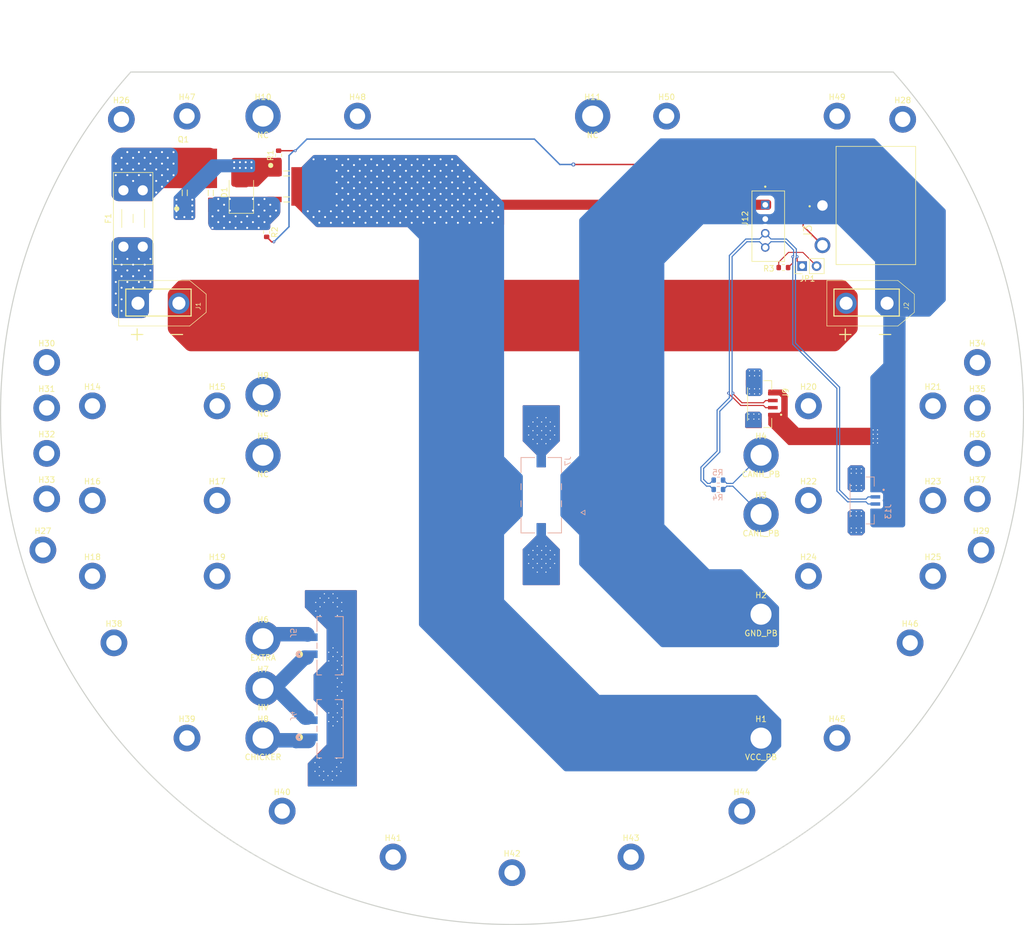
<source format=kicad_pcb>
(kicad_pcb (version 20221018) (generator pcbnew)
  (layers (0 "F.Cu" signal) (31 "B.Cu" signal) (34 "B.Paste" user) (35 "F.Paste" user) (36 "B.SilkS" user "B.Silkscreen") (37 "F.SilkS" user "F.Silkscreen") (38 "B.Mask" user) (39 "F.Mask" user) (44 "Edge.Cuts" user))
  (net 0 "")
  (net 1 "GND")
  (net 2 "/Power Input/VBAT")
  (net 3 "/Power Input/BAT_MID")
  (net 4 "VCC")
  (net 5 "/Power Input/VCC_MID")
  (net 6 "/Power Input/VGATE")
  (net 7 "/Power Input/FUSE_VCC")
  (net 8 "/Power Input/SW")
  (net 9 "EXTRA")
  (net 10 "HV")
  (net 11 "CHICKER")
  (net 16 "/Power Board Connections/MP")
  (net 17 "CAN-")
  (net 18 "CAN+")
  (net 19 "/Power Board Connections/S1_PWR")
  (net 20 "/Power Board Connections/S2_PWR")
  (net 21 "/Motor Driver Connections/MP1_POWER")
  (net 22 "/Motor Driver Connections/MP2_POWER")
  (net 39 "/Motor Driver Connections/S1_MTR")
  (net 40 "/Motor Driver Connections/S2_MTR")
  (net 41 "/Power Board Connections/CANR-")
  (net 42 "/Power Board Connections/CANR+")
  (net 64 "Net-(JP1-B)")
  (footprint "bots:XT60_12-14AWG_POWER" (layer "F.Cu") (at 83.196621 49.459321 180)
    (fp_text reference "J1")
    (fp_text value "XT60" hide)
  )
  (footprint "bots:Keystone_24929" (layer "F.Cu") (at 101.6 108.484)
    (fp_text reference "H6")
    (fp_text value "EXTRA")
  )
  (footprint "bots:MountingHole_2.7mm_M2.5_DIN965_Pad" (layer "F.Cu") (at 172.611096 16.53286)
    (fp_text reference "H50")
    (fp_text value "MountingHoleM2.5NoThread" hide)
  )
  (footprint "bots:MountingHole_2.7mm_M2.5_DIN965_Pad" (layer "F.Cu") (at 215.46559 109.216005)
    (fp_text reference "H46")
    (fp_text value "MountingHoleM2.5NoThread" hide)
  )
  (footprint "bots:MountingHole_2.7mm_M2.5_DIN965_Pad" (layer "F.Cu") (at 63.532842 59.880142)
    (fp_text reference "H30")
    (fp_text value "MountingHoleM2.5NoThread" hide)
  )
  (footprint "bots:MountingHole_2.7mm_M2.5_DIN965_Pad" (layer "F.Cu") (at 202.611067 125.968345)
    (fp_text reference "H45")
    (fp_text value "MountingHoleM2.5NoThread" hide)
  )
  (footprint "bots:Keystone_24929" (layer "F.Cu") (at 159.6009 16.53286)
    (fp_text reference "H11")
    (fp_text value "NC")
  )
  (footprint "bots:MountingHole_2.7mm_M2.5_DIN965_Pad" (layer "F.Cu") (at 93.526349 97.476702)
    (fp_text reference "H19")
    (fp_text value "MountingHoleM2.5NoThread" hide)
  )
  (footprint "bots:MountingHole_2.7mm_M2.5_DIN965_Pad" (layer "F.Cu") (at 93.526349 67.516719)
    (fp_text reference "H15")
    (fp_text value "MountingHoleM2.5NoThread" hide)
  )
  (footprint "bots:MountingHole_2.7mm_M2.5_DIN965_Pad" (layer "F.Cu") (at 197.574411 97.476702)
    (fp_text reference "H24")
    (fp_text value "MountingHoleM2.5NoThread" hide)
  )
  (footprint "bots:DPAK-3_ONS" (layer "F.Cu") (at 110.0455 28.90375 -90)
    (fp_text reference "Q2" hide)
    (fp_text value "MCU60P04-TP")
  )
  (footprint "bots:MountingHole_2.7mm_M2.5_DIN965_Pad" (layer "F.Cu") (at 62.863132 92.880142)
    (fp_text reference "H27")
    (fp_text value "MountingHoleM2.5NoThread" hide)
  )
  (footprint "bots:JST_BM04B-GHS-TBT" (layer "F.Cu") (at 187.96 67.2084 -90)
    (fp_text reference "J9")
    (fp_text value "JST_BM04B-GHS-TBT")
  )
  (footprint "bots:MountingHole_2.7mm_M2.5_DIN965_Pad" (layer "F.Cu") (at 227.297158 75.880142)
    (fp_text reference "H36")
    (fp_text value "MountingHoleM2.5NoThread" hide)
  )
  (footprint "bots:MountingHole_2.7mm_M2.5_DIN965_Pad" (layer "F.Cu") (at 227.966868 92.880142)
    (fp_text reference "H29")
    (fp_text value "MountingHoleM2.5NoThread" hide)
  )
  (footprint "bots:MountingHole_2.7mm_M2.5_DIN965_Pad" (layer "F.Cu") (at 214.157936 17.09628)
    (fp_text reference "H28")
    (fp_text value "MountingHoleM2.5NoThread" hide)
  )
  (footprint "bots:MountingHole_2.7mm_M2.5_DIN965_Pad" (layer "F.Cu") (at 166.350214 146.903559)
    (fp_text reference "H43")
    (fp_text value "MountingHoleM2.5NoThread" hide)
  )
  (footprint "bots:Keystone_24929" (layer "F.Cu") (at 101.6 16.53286)
    (fp_text reference "H10")
    (fp_text value "NC")
  )
  (footprint "bots:MountingHole_2.7mm_M2.5_DIN965_Pad" (layer "F.Cu") (at 202.611096 16.53286)
    (fp_text reference "H49")
    (fp_text value "MountingHoleM2.5NoThread" hide)
  )
  (footprint "bots:MountingHole_2.7mm_M2.5_DIN965_Pad" (layer "F.Cu") (at 197.574411 84.161566)
    (fp_text reference "H22")
    (fp_text value "MountingHoleM2.5NoThread" hide)
  )
  (footprint "bots:MountingHole_2.7mm_M2.5_DIN965_Pad" (layer "F.Cu") (at 63.532842 83.880142)
    (fp_text reference "H33")
    (fp_text value "MountingHoleM2.5NoThread" hide)
  )
  (footprint "bots:MountingHole_2.7mm_M2.5_DIN965_Pad" (layer "F.Cu") (at 227.297158 67.880142)
    (fp_text reference "H35")
    (fp_text value "MountingHoleM2.5NoThread" hide)
  )
  (footprint "bots:R_0603_1608Metric" (layer "F.Cu") (at 193.167 43.18)
    (fp_text reference "R3")
    (fp_text value "R_110R")
  )
  (footprint "bots:MountingHole_2.7mm_M2.5_DIN965_Pad" (layer "F.Cu") (at 227.297158 59.880142)
    (fp_text reference "H34")
    (fp_text value "MountingHoleM2.5NoThread" hide)
  )
  (footprint "bots:Keystone_24929" (layer "F.Cu") (at 189.23 125.984)
    (fp_text reference "H1")
    (fp_text value "VCC_PB")
  )
  (footprint "bots:XT60_12-14AWG_POWER" (layer "F.Cu") (at 207.808697 49.459321 180)
    (fp_text reference "J2")
    (fp_text value "XT60" hide)
  )
  (footprint "bots:MountingHole_2.7mm_M2.5_DIN965_Pad" (layer "F.Cu") (at 145.415 149.659732)
    (fp_text reference "H42")
    (fp_text value "MountingHoleM2.5NoThread" hide)
  )
  (footprint "Connector_PinHeader_2.54mm:PinHeader_1x02_P2.54mm_Vertical" (layer "F.Cu") (at 196.469 42.926 90)
    (fp_text reference "JP1")
    (fp_text value "Jumper_2_Bridged")
  )
  (footprint "bots:SW_RA1H1C112R" (layer "F.Cu") (at 200.0395 32.258 90)
    (fp_text reference "J3")
    (fp_text value "RA1H1C112R")
  )
  (footprint "bots:Keystone_24929" (layer "F.Cu") (at 101.6 65.53708)
    (fp_text reference "H9")
    (fp_text value "NC")
  )
  (footprint "bots:MountingHole_2.7mm_M2.5_DIN965_Pad" (layer "F.Cu") (at 219.473333 84.161566)
    (fp_text reference "H23")
    (fp_text value "MountingHoleM2.5NoThread" hide)
  )
  (footprint "bots:D_SMB" (layer "F.Cu") (at 97.79 29.972 90)
    (fp_text reference "D1")
    (fp_text value "SMAZ12-13F")
  )
  (footprint "bots:DPAK-3_ONS" (layer "F.Cu") (at 90.11775 25.7265)
    (fp_text reference "Q1")
    (fp_text value "MCU60P04-TP")
  )
  (footprint "bots:Keystone_24929" (layer "F.Cu") (at 101.6 125.984)
    (fp_text reference "H8")
    (fp_text value "CHICKER")
  )
  (footprint "bots:Keystone_24929" (layer "F.Cu") (at 101.6 117.234)
    (fp_text reference "H7")
    (fp_text value "HV")
  )
  (footprint "bots:MountingHole_2.7mm_M2.5_DIN965_Pad" (layer "F.Cu") (at 76.672065 17.09628)
    (fp_text reference "H26")
    (fp_text value "MountingHoleM2.5NoThread" hide)
  )
  (footprint "bots:MountingHole_2.7mm_M2.5_DIN965_Pad" (layer "F.Cu") (at 63.532842 75.880142)
    (fp_text reference "H32")
    (fp_text value "MountingHoleM2.5NoThread" hide)
  )
  (footprint "bots:R_0603_1608Metric" (layer "F.Cu") (at 102.235 36.957 -90)
    (fp_text reference "R2")
    (fp_text value "R_100k")
  )
  (footprint "bots:MountingHole_2.7mm_M2.5_DIN965_Pad" (layer "F.Cu") (at 104.971273 138.822868)
    (fp_text reference "H40")
    (fp_text value "MountingHoleM2.5NoThread" hide)
  )
  (footprint "bots:Fuseholder_Blade_Mini_Keystone_3568" (layer "F.Cu") (at 77.04 39.504 90)
    (fp_text reference "F1")
    (fp_text value "3568")
  )
  (footprint "bots:MountingHole_2.7mm_M2.5_DIN965_Pad" (layer "F.Cu") (at 93.526349 84.161566)
    (fp_text reference "H17")
    (fp_text value "MountingHoleM2.5NoThread" hide)
  )
  (footprint "bots:MountingHole_2.7mm_M2.5_DIN965_Pad" (layer "F.Cu") (at 88.218905 16.53286)
    (fp_text reference "H47")
    (fp_text value "MountingHoleM2.5NoThread" hide)
  )
  (footprint "bots:Keystone_24929" (layer "F.Cu") (at 189.23 86.614)
    (fp_text reference "H3")
    (fp_text value "CANL_PB")
  )
  (footprint "bots:MountingHole_2.7mm_M2.5_DIN965_Pad" (layer "F.Cu") (at 71.576849 67.516719)
    (fp_text reference "H14")
    (fp_text value "MountingHoleM2.5NoThread" hide)
  )
  (footprint "bots:Keystone_24929" (layer "F.Cu") (at 189.23 76.2)
    (fp_text reference "H4")
    (fp_text value "CANH_PB")
  )
  (footprint "bots:MountingHole_2.7mm_M2.5_DIN965_Pad" (layer "F.Cu") (at 71.576849 97.476702)
    (fp_text reference "H18")
    (fp_text value "MountingHoleM2.5NoThread" hide)
  )
  (footprint "bots:MountingHole_2.7mm_M2.5_DIN965_Pad" (layer "F.Cu") (at 219.473333 97.476702)
    (fp_text reference "H25")
    (fp_text value "MountingHoleM2.5NoThread" hide)
  )
  (footprint "bots:MountingHole_2.7mm_M2.5_DIN965_Pad" (layer "F.Cu") (at 227.297158 83.880142)
    (fp_text reference "H37")
    (fp_text value "MountingHoleM2.5NoThread" hide)
  )
  (footprint "bots:MountingHole_2.7mm_M2.5_DIN965_Pad" (layer "F.Cu") (at 75.36441 109.216005)
    (fp_text reference "H38")
    (fp_text value "MountingHoleM2.5NoThread" hide)
  )
  (footprint "bots:MountingHole_2.7mm_M2.5_DIN965_Pad" (layer "F.Cu") (at 185.858727 138.822868)
    (fp_text reference "H44")
    (fp_text value "MountingHoleM2.5NoThread" hide)
  )
  (footprint "bots:R_0603_1608Metric" (layer "F.Cu") (at 104.3432 23.4442 90)
    (fp_text reference "R1")
    (fp_text value "R_100k")
  )
  (footprint "bots:MountingHole_2.7mm_M2.5_DIN965_Pad" (layer "F.Cu") (at 124.479786 146.903559)
    (fp_text reference "H41")
    (fp_text value "MountingHoleM2.5NoThread" hide)
  )
  (footprint "bots:MountingHole_2.7mm_M2.5_DIN965_Pad" (layer "F.Cu") (at 118.218905 16.53286)
    (fp_text reference "H48")
    (fp_text value "MountingHoleM2.5NoThread" hide)
  )
  (footprint "bots:MountingHole_2.7mm_M2.5_DIN965_Pad" (layer "F.Cu") (at 197.574411 67.516719)
    (fp_text reference "H20")
    (fp_text value "MountingHoleM2.5NoThread" hide)
  )
  (footprint "bots:MountingHole_2.7mm_M2.5_DIN965_Pad" (layer "F.Cu") (at 71.576849 84.161566)
    (fp_text reference "H16")
    (fp_text value "MountingHoleM2.5NoThread" hide)
  )
  (footprint "bots:MountingHole_2.7mm_M2.5_DIN965_Pad" (layer "F.Cu") (at 219.473333 67.516719)
    (fp_text reference "H21")
    (fp_text value "MountingHoleM2.5NoThread" hide)
  )
  (footprint "bots:JST_B4B-XH-A" (layer "F.Cu") (at 190.5 34.6475 -90)
    (fp_text reference "J12")
    (fp_text value "JST_B4B-XH-A")
  )
  (footprint "bots:MountingHole_2.7mm_M2.5_DIN965_Pad" (layer "F.Cu") (at 88.218933 125.968345)
    (fp_text reference "H39")
    (fp_text value "MountingHoleM2.5NoThread" hide)
  )
  (footprint "bots:Keystone_24929" (layer "F.Cu") (at 189.23 104.184)
    (fp_text reference "H2")
    (fp_text value "GND_PB")
  )
  (footprint "bots:MountingHole_2.7mm_M2.5_DIN965_Pad" (layer "F.Cu") (at 63.532842 67.880142)
    (fp_text reference "H31")
    (fp_text value "MountingHoleM2.5NoThread" hide)
  )
  (footprint "bots:Keystone_24929" (layer "F.Cu") (at 101.6 76.2)
    (fp_text reference "H5")
    (fp_text value "NC")
  )
  (footprint "bots:R_0603_1608Metric" (layer "B.Cu") (at 181.726 80.5807)
    (fp_text reference "R4")
    (fp_text value "R_0OHM_JUMPER")
  )
  (footprint "bots:TE_2-1445053-2_2PIN" (layer "B.Cu") (at 109.8931 125.833 90)
    (fp_text reference "J4")
    (fp_text value "TE_2-1445053-2_2PIN")
  )
  (footprint "bots:R_0603_1608Metric" (layer "B.Cu") (at 181.726 82.2317 180)
    (fp_text reference "R5")
    (fp_text value "R_0OHM_JUMPER")
  )
  (footprint "bots:JST_BM04B-GHS-TBT" (layer "B.Cu") (at 206 84.161566 90)
    (fp_text reference "J13")
    (fp_text value "JST_BM04B-GHS-TBT")
  )
  (footprint "bots:TE_2-1445053-2_2PIN" (layer "B.Cu") (at 109.8931 111.228 90)
    (fp_text reference "J5")
    (fp_text value "TE_2-1445053-2_2PIN")
  )
  (footprint "bots:TE_1586842-6_6PIN" (layer "B.Cu") (at 155.25465 86.2391 -90)
    (fp_text reference "J7")
    (fp_text value "1586842-6")
  )
  (gr_arc (start 212.497039 8.772278) (mid 145.415 158.772278) (end 78.332961 8.772278) (stroke (width 0.2)) (layer "Edge.Cuts"))
  (gr_line (start 78.332961 8.772278) (end 212.497039 8.772278) (stroke (width 0.2)) (layer "Edge.Cuts"))
  (via (at 208.9658 73.279) (size 0.5) (drill 0.2) (layers "F.Cu" "B.Cu") (net 1))
  (via (at 208.9658 74.041) (size 0.5) (drill 0.2) (layers "F.Cu" "B.Cu") (net 1))
  (via (at 208.9658 72.517) (size 0.5) (drill 0.2) (layers "F.Cu" "B.Cu") (net 1))
  (via (at 209.7278 71.755) (size 0.5) (drill 0.2) (layers "F.Cu" "B.Cu") (net 1))
  (via (at 209.7278 72.517) (size 0.5) (drill 0.2) (layers "F.Cu" "B.Cu") (net 1))
  (via (at 208.9658 71.755) (size 0.5) (drill 0.2) (layers "F.Cu" "B.Cu") (net 1))
  (via (at 209.7278 73.279) (size 0.5) (drill 0.2) (layers "F.Cu" "B.Cu") (net 1))
  (via (at 209.7278 74.041) (size 0.5) (drill 0.2) (layers "F.Cu" "B.Cu") (net 1))
  (via (at 76.708 46.736) (size 0.7) (drill 0.35) (layers "F.Cu" "B.Cu") (net 2))
  (via (at 81.788 43.688) (size 0.7) (drill 0.35) (layers "F.Cu" "B.Cu") (net 2))
  (via (at 77.724 41.656) (size 0.7) (drill 0.35) (layers "F.Cu" "B.Cu") (net 2))
  (via (at 80.772 46.736) (size 0.7) (drill 0.35) (layers "F.Cu" "B.Cu") (net 2))
  (via (at 81.788 41.656) (size 0.7) (drill 0.35) (layers "F.Cu" "B.Cu") (net 2))
  (via (at 78.74 42.672) (size 0.7) (drill 0.35) (layers "F.Cu" "B.Cu") (net 2))
  (via (at 79.756 41.656) (size 0.7) (drill 0.35) (layers "F.Cu" "B.Cu") (net 2))
  (via (at 76.708 48.768) (size 0.7) (drill 0.35) (layers "F.Cu" "B.Cu") (net 2))
  (via (at 76.708 44.704) (size 0.7) (drill 0.35) (layers "F.Cu" "B.Cu") (net 2))
  (via (at 78.74 44.704) (size 0.7) (drill 0.35) (layers "F.Cu" "B.Cu") (net 2))
  (via (at 75.692 45.72) (size 0.7) (drill 0.35) (layers "F.Cu" "B.Cu") (net 2))
  (via (at 79.756 45.72) (size 0.7) (drill 0.35) (layers "F.Cu" "B.Cu") (net 2))
  (via (at 79.756 43.688) (size 0.7) (drill 0.35) (layers "F.Cu" "B.Cu") (net 2))
  (via (at 75.692 49.784) (size 0.7) (drill 0.35) (layers "F.Cu" "B.Cu") (net 2))
  (via (at 77.724 43.688) (size 0.7) (drill 0.35) (layers "F.Cu" "B.Cu") (net 2))
  (via (at 75.692 41.656) (size 0.7) (drill 0.35) (layers "F.Cu" "B.Cu") (net 2))
  (via (at 75.692 43.688) (size 0.7) (drill 0.35) (layers "F.Cu" "B.Cu") (net 2))
  (via (at 80.772 42.672) (size 0.7) (drill 0.35) (layers "F.Cu" "B.Cu") (net 2))
  (via (at 75.692 47.752) (size 0.7) (drill 0.35) (layers "F.Cu" "B.Cu") (net 2))
  (via (at 78.74 46.736) (size 0.7) (drill 0.35) (layers "F.Cu" "B.Cu") (net 2))
  (via (at 81.788 45.72) (size 0.7) (drill 0.35) (layers "F.Cu" "B.Cu") (net 2))
  (via (at 76.708 50.8) (size 0.7) (drill 0.35) (layers "F.Cu" "B.Cu") (net 2))
  (via (at 77.724 45.72) (size 0.7) (drill 0.35) (layers "F.Cu" "B.Cu") (net 2))
  (via (at 80.772 44.704) (size 0.7) (drill 0.35) (layers "F.Cu" "B.Cu") (net 2))
  (via (at 76.708 42.672) (size 0.7) (drill 0.35) (layers "F.Cu" "B.Cu") (net 2))
  (via (at 114.554 26.162) (size 0.7) (drill 0.35) (layers "F.Cu" "B.Cu") (net 4))
  (via (at 130.81 26.162) (size 0.7) (drill 0.35) (layers "F.Cu" "B.Cu") (net 4))
  (via (at 131.826 27.178) (size 0.7) (drill 0.35) (layers "F.Cu" "B.Cu") (net 4))
  (via (at 123.698 31.242) (size 0.7) (drill 0.35) (layers "F.Cu" "B.Cu") (net 4))
  (via (at 121.666 33.274) (size 0.7) (drill 0.35) (layers "F.Cu" "B.Cu") (net 4))
  (via (at 122.682 26.162) (size 0.7) (drill 0.35) (layers "F.Cu" "B.Cu") (net 4))
  (via (at 135.89 33.274) (size 0.7) (drill 0.35) (layers "F.Cu" "B.Cu") (net 4))
  (via (at 132.842 24.13) (size 0.7) (drill 0.35) (layers "F.Cu" "B.Cu") (net 4))
  (via (at 129.794 25.146) (size 0.7) (drill 0.35) (layers "F.Cu" "B.Cu") (net 4))
  (via (at 115.57 35.306) (size 0.7) (drill 0.35) (layers "F.Cu" "B.Cu") (net 4))
  (via (at 116.586 26.162) (size 0.7) (drill 0.35) (layers "F.Cu" "B.Cu") (net 4))
  (via (at 119.634 27.178) (size 0.7) (drill 0.35) (layers "F.Cu" "B.Cu") (net 4))
  (via (at 132.842 28.194) (size 0.7) (drill 0.35) (layers "F.Cu" "B.Cu") (net 4))
  (via (at 114.554 32.258) (size 0.7) (drill 0.35) (layers "F.Cu" "B.Cu") (net 4))
  (via (at 115.57 31.242) (size 0.7) (drill 0.35) (layers "F.Cu" "B.Cu") (net 4))
  (via (at 115.57 29.21) (size 0.7) (drill 0.35) (layers "F.Cu" "B.Cu") (net 4))
  (via (at 133.858 25.146) (size 0.7) (drill 0.35) (layers "F.Cu" "B.Cu") (net 4))
  (via (at 126.746 32.258) (size 0.7) (drill 0.35) (layers "F.Cu" "B.Cu") (net 4))
  (via (at 138.938 28.194) (size 0.7) (drill 0.35) (layers "F.Cu" "B.Cu") (net 4))
  (via (at 139.954 31.242) (size 0.7) (drill 0.35) (layers "F.Cu" "B.Cu") (net 4))
  (via (at 130.81 32.258) (size 0.7) (drill 0.35) (layers "F.Cu" "B.Cu") (net 4))
  (via (at 123.698 25.146) (size 0.7) (drill 0.35) (layers "F.Cu" "B.Cu") (net 4))
  (via (at 129.794 31.242) (size 0.7) (drill 0.35) (layers "F.Cu" "B.Cu") (net 4))
  (via (at 115.57 33.274) (size 0.7) (drill 0.35) (layers "F.Cu" "B.Cu") (net 4))
  (via (at 135.89 35.306) (size 0.7) (drill 0.35) (layers "F.Cu" "B.Cu") (net 4))
  (via (at 126.746 30.226) (size 0.7) (drill 0.35) (layers "F.Cu" "B.Cu") (net 4))
  (via (at 120.65 24.13) (size 0.7) (drill 0.35) (layers "F.Cu" "B.Cu") (net 4))
  (via (at 126.746 28.194) (size 0.7) (drill 0.35) (layers "F.Cu" "B.Cu") (net 4))
  (via (at 118.618 28.194) (size 0.7) (drill 0.35) (layers "F.Cu" "B.Cu") (net 4))
  (via (at 122.682 34.29) (size 0.7) (drill 0.35) (layers "F.Cu" "B.Cu") (net 4))
  (via (at 133.858 27.178) (size 0.7) (drill 0.35) (layers "F.Cu" "B.Cu") (net 4))
  (via (at 116.586 30.226) (size 0.7) (drill 0.35) (layers "F.Cu" "B.Cu") (net 4))
  (via (at 134.874 28.194) (size 0.7) (drill 0.35) (layers "F.Cu" "B.Cu") (net 4))
  (via (at 134.874 26.162) (size 0.7) (drill 0.35) (layers "F.Cu" "B.Cu") (net 4))
  (via (at 134.874 32.258) (size 0.7) (drill 0.35) (layers "F.Cu" "B.Cu") (net 4))
  (via (at 114.554 30.226) (size 0.7) (drill 0.35) (layers "F.Cu" "B.Cu") (net 4))
  (via (at 124.714 30.226) (size 0.7) (drill 0.35) (layers "F.Cu" "B.Cu") (net 4))
  (via (at 128.778 26.162) (size 0.7) (drill 0.35) (layers "F.Cu" "B.Cu") (net 4))
  (via (at 139.954 35.306) (size 0.7) (drill 0.35) (layers "F.Cu" "B.Cu") (net 4))
  (via (at 131.826 25.146) (size 0.7) (drill 0.35) (layers "F.Cu" "B.Cu") (net 4))
  (via (at 124.714 32.258) (size 0.7) (drill 0.35) (layers "F.Cu" "B.Cu") (net 4))
  (via (at 113.538 35.306) (size 0.7) (drill 0.35) (layers "F.Cu" "B.Cu") (net 4))
  (via (at 133.858 35.306) (size 0.7) (drill 0.35) (layers "F.Cu" "B.Cu") (net 4))
  (via (at 128.778 30.226) (size 0.7) (drill 0.35) (layers "F.Cu" "B.Cu") (net 4))
  (via (at 128.778 24.13) (size 0.7) (drill 0.35) (layers "F.Cu" "B.Cu") (net 4))
  (via (at 132.842 32.258) (size 0.7) (drill 0.35) (layers "F.Cu" "B.Cu") (net 4))
  (via (at 109.474 33.274) (size 0.7) (drill 0.35) (layers "F.Cu" "B.Cu") (net 4))
  (via (at 125.73 33.274) (size 0.7) (drill 0.35) (layers "F.Cu" "B.Cu") (net 4))
  (via (at 138.938 30.226) (size 0.7) (drill 0.35) (layers "F.Cu" "B.Cu") (net 4))
  (via (at 123.698 27.178) (size 0.7) (drill 0.35) (layers "F.Cu" "B.Cu") (net 4))
  (via (at 117.602 27.178) (size 0.7) (drill 0.35) (layers "F.Cu" "B.Cu") (net 4))
  (via (at 125.73 29.21) (size 0.7) (drill 0.35) (layers "F.Cu" "B.Cu") (net 4))
  (via (at 130.81 34.29) (size 0.7) (drill 0.35) (layers "F.Cu" "B.Cu") (net 4))
  (via (at 122.682 32.258) (size 0.7) (drill 0.35) (layers "F.Cu" "B.Cu") (net 4))
  (via (at 119.634 25.146) (size 0.7) (drill 0.35) (layers "F.Cu" "B.Cu") (net 4))
  (via (at 118.618 24.13) (size 0.7) (drill 0.35) (layers "F.Cu" "B.Cu") (net 4))
  (via (at 123.698 35.306) (size 0.7) (drill 0.35) (layers "F.Cu" "B.Cu") (net 4))
  (via (at 129.794 29.21) (size 0.7) (drill 0.35) (layers "F.Cu" "B.Cu") (net 4))
  (via (at 132.842 30.226) (size 0.7) (drill 0.35) (layers "F.Cu" "B.Cu") (net 4))
  (via (at 127.762 29.21) (size 0.7) (drill 0.35) (layers "F.Cu" "B.Cu") (net 4))
  (via (at 112.522 24.13) (size 0.7) (drill 0.35) (layers "F.Cu" "B.Cu") (net 4))
  (via (at 123.698 33.274) (size 0.7) (drill 0.35) (layers "F.Cu" "B.Cu") (net 4))
  (via (at 124.714 26.162) (size 0.7) (drill 0.35) (layers "F.Cu" "B.Cu") (net 4))
  (via (at 122.682 30.226) (size 0.7) (drill 0.35) (layers "F.Cu" "B.Cu") (net 4))
  (via (at 131.826 29.21) (size 0.7) (drill 0.35) (layers "F.Cu" "B.Cu") (net 4))
  (via (at 134.874 30.226) (size 0.7) (drill 0.35) (layers "F.Cu" "B.Cu") (net 4))
  (via (at 119.634 29.21) (size 0.7) (drill 0.35) (layers "F.Cu" "B.Cu") (net 4))
  (via (at 117.602 33.274) (size 0.7) (drill 0.35) (layers "F.Cu" "B.Cu") (net 4))
  (via (at 138.938 34.29) (size 0.7) (drill 0.35) (layers "F.Cu" "B.Cu") (net 4))
  (via (at 137.922 27.178) (size 0.7) (drill 0.35) (layers "F.Cu" "B.Cu") (net 4))
  (via (at 128.778 34.29) (size 0.7) (drill 0.35) (layers "F.Cu" "B.Cu") (net 4))
  (via (at 140.97 30.226) (size 0.7) (drill 0.35) (layers "F.Cu" "B.Cu") (net 4))
  (via (at 130.81 30.226) (size 0.7) (drill 0.35) (layers "F.Cu" "B.Cu") (net 4))
  (via (at 116.586 34.29) (size 0.7) (drill 0.35) (layers "F.Cu" "B.Cu") (net 4))
  (via (at 139.954 29.21) (size 0.7) (drill 0.35) (layers "F.Cu" "B.Cu") (net 4))
  (via (at 128.778 32.258) (size 0.7) (drill 0.35) (layers "F.Cu" "B.Cu") (net 4))
  (via (at 124.714 34.29) (size 0.7) (drill 0.35) (layers "F.Cu" "B.Cu") (net 4))
  (via (at 123.698 29.21) (size 0.7) (drill 0.35) (layers "F.Cu" "B.Cu") (net 4))
  (via (at 131.826 31.242) (size 0.7) (drill 0.35) (layers "F.Cu" "B.Cu") (net 4))
  (via (at 116.586 32.258) (size 0.7) (drill 0.35) (layers "F.Cu" "B.Cu") (net 4))
  (via (at 121.666 31.242) (size 0.7) (drill 0.35) (layers "F.Cu" "B.Cu") (net 4))
  (via (at 117.602 35.306) (size 0.7) (drill 0.35) (layers "F.Cu" "B.Cu") (net 4))
  (via (at 143.002 32.258) (size 0.7) (drill 0.35) (layers "F.Cu" "B.Cu") (net 4))
  (via (at 127.762 33.274) (size 0.7) (drill 0.35) (layers "F.Cu" "B.Cu") (net 4))
  (via (at 140.97 34.29) (size 0.7) (drill 0.35) (layers "F.Cu" "B.Cu") (net 4))
  (via (at 117.602 29.21) (size 0.7) (drill 0.35) (layers "F.Cu" "B.Cu") (net 4))
  (via (at 110.49 24.13) (size 0.7) (drill 0.35) (layers "F.Cu" "B.Cu") (net 4))
  (via (at 115.57 25.146) (size 0.7) (drill 0.35) (layers "F.Cu" "B.Cu") (net 4))
  (via (at 116.586 24.13) (size 0.7) (drill 0.35) (layers "F.Cu" "B.Cu") (net 4))
  (via (at 124.714 24.13) (size 0.7) (drill 0.35) (layers "F.Cu" "B.Cu") (net 4))
  (via (at 143.002 34.29) (size 0.7) (drill 0.35) (layers "F.Cu" "B.Cu") (net 4))
  (via (at 118.618 30.226) (size 0.7) (drill 0.35) (layers "F.Cu" "B.Cu") (net 4))
  (via (at 121.666 27.178) (size 0.7) (drill 0.35) (layers "F.Cu" "B.Cu") (net 4))
  (via (at 124.714 28.194) (size 0.7) (drill 0.35) (layers "F.Cu" "B.Cu") (net 4))
  (via (at 110.49 34.29) (size 0.7) (drill 0.35) (layers "F.Cu" "B.Cu") (net 4))
  (via (at 133.858 31.242) (size 0.7) (drill 0.35) (layers "F.Cu" "B.Cu") (net 4))
  (via (at 126.746 24.13) (size 0.7) (drill 0.35) (layers "F.Cu" "B.Cu") (net 4))
  (via (at 118.618 32.258) (size 0.7) (drill 0.35) (layers "F.Cu" "B.Cu") (net 4))
  (via (at 115.57 27.178) (size 0.7) (drill 0.35) (layers "F.Cu" "B.Cu") (net 4))
  (via (at 125.73 27.178) (size 0.7) (drill 0.35) (layers "F.Cu" "B.Cu") (net 4))
  (via (at 133.858 29.21) (size 0.7) (drill 0.35) (layers "F.Cu" "B.Cu") (net 4))
  (via (at 137.922 31.242) (size 0.7) (drill 0.35) (layers "F.Cu" "B.Cu") (net 4))
  (via (at 112.522 34.29) (size 0.7) (drill 0.35) (layers "F.Cu" "B.Cu") (net 4))
  (via (at 136.906 32.258) (size 0.7) (drill 0.35) (layers "F.Cu" "B.Cu") (net 4))
  (via (at 117.602 31.242) (size 0.7) (drill 0.35) (layers "F.Cu" "B.Cu") (net 4))
  (via (at 136.906 34.29) (size 0.7) (drill 0.35) (layers "F.Cu" "B.Cu") (net 4))
  (via (at 129.794 35.306) (size 0.7) (drill 0.35) (layers "F.Cu" "B.Cu") (net 4))
  (via (at 141.986 33.274) (size 0.7) (drill 0.35) (layers "F.Cu" "B.Cu") (net 4))
  (via (at 135.89 27.178) (size 0.7) (drill 0.35) (layers "F.Cu" "B.Cu") (net 4))
  (via (at 120.65 32.258) (size 0.7) (drill 0.35) (layers "F.Cu" "B.Cu") (net 4))
  (via (at 127.762 31.242) (size 0.7) (drill 0.35) (layers "F.Cu" "B.Cu") (net 4))
  (via (at 127.762 25.146) (size 0.7) (drill 0.35) (layers "F.Cu" "B.Cu") (net 4))
  (via (at 127.762 35.306) (size 0.7) (drill 0.35) (layers "F.Cu" "B.Cu") (net 4))
  (via (at 126.746 34.29) (size 0.7) (drill 0.35) (layers "F.Cu" "B.Cu") (net 4))
  (via (at 116.586 28.194) (size 0.7) (drill 0.35) (layers "F.Cu" "B.Cu") (net 4))
  (via (at 135.89 25.146) (size 0.7) (drill 0.35) (layers "F.Cu" "B.Cu") (net 4))
  (via (at 120.65 26.162) (size 0.7) (drill 0.35) (layers "F.Cu" "B.Cu") (net 4))
  (via (at 120.65 34.29) (size 0.7) (drill 0.35) (layers "F.Cu" "B.Cu") (net 4))
  (via (at 120.65 30.226) (size 0.7) (drill 0.35) (layers "F.Cu" "B.Cu") (net 4))
  (via (at 136.906 30.226) (size 0.7) (drill 0.35) (layers "F.Cu" "B.Cu") (net 4))
  (via (at 136.906 28.194) (size 0.7) (drill 0.35) (layers "F.Cu" "B.Cu") (net 4))
  (via (at 130.81 28.194) (size 0.7) (drill 0.35) (layers "F.Cu" "B.Cu") (net 4))
  (via (at 140.97 32.258) (size 0.7) (drill 0.35) (layers "F.Cu" "B.Cu") (net 4))
  (via (at 114.554 34.29) (size 0.7) (drill 0.35) (layers "F.Cu" "B.Cu") (net 4))
  (via (at 134.874 34.29) (size 0.7) (drill 0.35) (layers "F.Cu" "B.Cu") (net 4))
  (via (at 121.666 29.21) (size 0.7) (drill 0.35) (layers "F.Cu" "B.Cu") (net 4))
  (via (at 114.554 24.13) (size 0.7) (drill 0.35) (layers "F.Cu" "B.Cu") (net 4))
  (via (at 125.73 25.146) (size 0.7) (drill 0.35) (layers "F.Cu" "B.Cu") (net 4))
  (via (at 131.826 33.274) (size 0.7) (drill 0.35) (layers "F.Cu" "B.Cu") (net 4))
  (via (at 117.602 25.146) (size 0.7) (drill 0.35) (layers "F.Cu" "B.Cu") (net 4))
  (via (at 119.634 35.306) (size 0.7) (drill 0.35) (layers "F.Cu" "B.Cu") (net 4))
  (via (at 132.842 34.29) (size 0.7) (drill 0.35) (layers "F.Cu" "B.Cu") (net 4))
  (via (at 139.954 33.274) (size 0.7) (drill 0.35) (layers "F.Cu" "B.Cu") (net 4))
  (via (at 119.634 31.242) (size 0.7) (drill 0.35) (layers "F.Cu" "B.Cu") (net 4))
  (via (at 138.938 32.258) (size 0.7) (drill 0.35) (layers "F.Cu" "B.Cu") (net 4))
  (via (at 132.842 26.162) (size 0.7) (drill 0.35) (layers "F.Cu" "B.Cu") (net 4))
  (via (at 137.922 35.306) (size 0.7) (drill 0.35) (layers "F.Cu" "B.Cu") (net 4))
  (via (at 141.986 35.306) (size 0.7) (drill 0.35) (layers "F.Cu" "B.Cu") (net 4))
  (via (at 118.618 34.29) (size 0.7) (drill 0.35) (layers "F.Cu" "B.Cu") (net 4))
  (via (at 126.746 26.162) (size 0.7) (drill 0.35) (layers "F.Cu" "B.Cu") (net 4))
  (via (at 136.906 26.162) (size 0.7) (drill 0.35) (layers "F.Cu" "B.Cu") (net 4))
  (via (at 128.778 28.194) (size 0.7) (drill 0.35) (layers "F.Cu" "B.Cu") (net 4))
  (via (at 118.618 26.162) (size 0.7) (drill 0.35) (layers "F.Cu" "B.Cu") (net 4))
  (via (at 125.73 31.242) (size 0.7) (drill 0.35) (layers "F.Cu" "B.Cu") (net 4))
  (via (at 130.81 24.13) (size 0.7) (drill 0.35) (layers "F.Cu" "B.Cu") (net 4))
  (via (at 127.762 27.178) (size 0.7) (drill 0.35) (layers "F.Cu" "B.Cu") (net 4))
  (via (at 122.682 28.194) (size 0.7) (drill 0.35) (layers "F.Cu" "B.Cu") (net 4))
  (via (at 135.89 31.242) (size 0.7) (drill 0.35) (layers "F.Cu" "B.Cu") (net 4))
  (via (at 131.826 35.306) (size 0.7) (drill 0.35) (layers "F.Cu" "B.Cu") (net 4))
  (via (at 111.506 33.274) (size 0.7) (drill 0.35) (layers "F.Cu" "B.Cu") (net 4))
  (via (at 137.922 29.21) (size 0.7) (drill 0.35) (layers "F.Cu" "B.Cu") (net 4))
  (via (at 129.794 27.178) (size 0.7) (drill 0.35) (layers "F.Cu" "B.Cu") (net 4))
  (via (at 119.634 33.274) (size 0.7) (drill 0.35) (layers "F.Cu" "B.Cu") (net 4))
  (via (at 114.554 28.194) (size 0.7) (drill 0.35) (layers "F.Cu" "B.Cu") (net 4))
  (via (at 141.986 31.242) (size 0.7) (drill 0.35) (layers "F.Cu" "B.Cu") (net 4))
  (via (at 121.666 35.306) (size 0.7) (drill 0.35) (layers "F.Cu" "B.Cu") (net 4))
  (via (at 129.794 33.274) (size 0.7) (drill 0.35) (layers "F.Cu" "B.Cu") (net 4))
  (via (at 113.538 33.274) (size 0.7) (drill 0.35) (layers "F.Cu" "B.Cu") (net 4))
  (via (at 137.922 33.274) (size 0.7) (drill 0.35) (layers "F.Cu" "B.Cu") (net 4))
  (via (at 125.73 35.306) (size 0.7) (drill 0.35) (layers "F.Cu" "B.Cu") (net 4))
  (via (at 134.874 24.13) (size 0.7) (drill 0.35) (layers "F.Cu" "B.Cu") (net 4))
  (via (at 111.506 35.306) (size 0.7) (drill 0.35) (layers "F.Cu" "B.Cu") (net 4))
  (via (at 133.858 33.274) (size 0.7) (drill 0.35) (layers "F.Cu" "B.Cu") (net 4))
  (via (at 122.682 24.13) (size 0.7) (drill 0.35) (layers "F.Cu" "B.Cu") (net 4))
  (via (at 120.65 28.194) (size 0.7) (drill 0.35) (layers "F.Cu" "B.Cu") (net 4))
  (via (at 121.666 25.146) (size 0.7) (drill 0.35) (layers "F.Cu" "B.Cu") (net 4))
  (via (at 135.89 29.21) (size 0.7) (drill 0.35) (layers "F.Cu" "B.Cu") (net 4))
  (via (at 96.774 34.163) (size 0.7) (drill 0.35) (layers "F.Cu" "B.Cu") (net 5))
  (via (at 92.71 34.163) (size 0.7) (drill 0.35) (layers "F.Cu" "B.Cu") (net 5))
  (via (at 102.87 32.131) (size 0.7) (drill 0.35) (layers "F.Cu" "B.Cu") (net 5))
  (via (at 95.758 33.147) (size 0.7) (drill 0.35) (layers "F.Cu" "B.Cu") (net 5))
  (via (at 93.726 35.179) (size 0.7) (drill 0.35) (layers "F.Cu" "B.Cu") (net 5))
  (via (at 94.742 34.163) (size 0.7) (drill 0.35) (layers "F.Cu" "B.Cu") (net 5))
  (via (at 102.87 34.163) (size 0.7) (drill 0.35) (layers "F.Cu" "B.Cu") (net 5))
  (via (at 101.854 33.147) (size 0.7) (drill 0.35) (layers "F.Cu" "B.Cu") (net 5))
  (via (at 99.822 33.147) (size 0.7) (drill 0.35) (layers "F.Cu" "B.Cu") (net 5))
  (via (at 94.742 36.195) (size 0.7) (drill 0.35) (layers "F.Cu" "B.Cu") (net 5))
  (via (at 98.806 34.163) (size 0.7) (drill 0.35) (layers "F.Cu" "B.Cu") (net 5))
  (via (at 95.758 35.179) (size 0.7) (drill 0.35) (layers "F.Cu" "B.Cu") (net 5))
  (via (at 95.758 31.115) (size 0.7) (drill 0.35) (layers "F.Cu" "B.Cu") (net 5))
  (via (at 101.854 31.115) (size 0.7) (drill 0.35) (layers "F.Cu" "B.Cu") (net 5))
  (via (at 97.79 35.179) (size 0.7) (drill 0.35) (layers "F.Cu" "B.Cu") (net 5))
  (via (at 101.854 35.179) (size 0.7) (drill 0.35) (layers "F.Cu" "B.Cu") (net 5))
  (via (at 99.822 35.179) (size 0.7) (drill 0.35) (layers "F.Cu" "B.Cu") (net 5))
  (via (at 93.726 31.115) (size 0.7) (drill 0.35) (layers "F.Cu" "B.Cu") (net 5))
  (via (at 100.838 32.131) (size 0.7) (drill 0.35) (layers "F.Cu" "B.Cu") (net 5))
  (via (at 99.822 31.115) (size 0.7) (drill 0.35) (layers "F.Cu" "B.Cu") (net 5))
  (via (at 100.838 34.163) (size 0.7) (drill 0.35) (layers "F.Cu" "B.Cu") (net 5))
  (via (at 94.742 32.131) (size 0.7) (drill 0.35) (layers "F.Cu" "B.Cu") (net 5))
  (via (at 100.838 36.195) (size 0.7) (drill 0.35) (layers "F.Cu" "B.Cu") (net 5))
  (via (at 96.774 36.195) (size 0.7) (drill 0.35) (layers "F.Cu" "B.Cu") (net 5))
  (via (at 92.71 36.195) (size 0.7) (drill 0.35) (layers "F.Cu" "B.Cu") (net 5))
  (via (at 98.806 36.195) (size 0.7) (drill 0.35) (layers "F.Cu" "B.Cu") (net 5))
  (via (at 103.886 33.147) (size 0.7) (drill 0.35) (layers "F.Cu" "B.Cu") (net 5))
  (via (at 93.726 33.147) (size 0.7) (drill 0.35) (layers "F.Cu" "B.Cu") (net 5))
  (via (at 96.52 24.638) (size 0.7) (drill 0.35) (layers "F.Cu" "B.Cu") (net 6))
  (via (at 97.536 24.638) (size 0.7) (drill 0.35) (layers "F.Cu" "B.Cu") (net 6))
  (via (at 98.552 25.654) (size 0.7) (drill 0.35) (layers "F.Cu" "B.Cu") (net 6))
  (via (at 86.36 32.258) (size 0.7) (drill 0.35) (layers "F.Cu" "B.Cu") (net 6))
  (via (at 87.757 34.29) (size 0.7) (drill 0.35) (layers "F.Cu" "B.Cu") (net 6))
  (via (at 98.552 24.638) (size 0.7) (drill 0.35) (layers "F.Cu" "B.Cu") (net 6))
  (via (at 86.36 31.242) (size 0.7) (drill 0.35) (layers "F.Cu" "B.Cu") (net 6))
  (via (at 89.154 33.274) (size 0.7) (drill 0.35) (layers "F.Cu" "B.Cu") (net 6))
  (via (at 97.536 25.654) (size 0.7) (drill 0.35) (layers "F.Cu" "B.Cu") (net 6))
  (via (at 96.52 25.654) (size 0.7) (drill 0.35) (layers "F.Cu" "B.Cu") (net 6))
  (via (at 86.36 34.29) (size 0.7) (drill 0.35) (layers "F.Cu" "B.Cu") (net 6))
  (via (at 99.568 25.654) (size 0.7) (drill 0.35) (layers "F.Cu" "B.Cu") (net 6))
  (via (at 89.154 34.29) (size 0.7) (drill 0.35) (layers "F.Cu" "B.Cu") (net 6))
  (via (at 89.154 31.242) (size 0.7) (drill 0.35) (layers "F.Cu" "B.Cu") (net 6))
  (via (at 86.36 33.274) (size 0.7) (drill 0.35) (layers "F.Cu" "B.Cu") (net 6))
  (via (at 99.568 24.638) (size 0.7) (drill 0.35) (layers "F.Cu" "B.Cu") (net 6))
  (via (at 89.154 32.258) (size 0.7) (drill 0.35) (layers "F.Cu" "B.Cu") (net 6))
  (via (at 77.724 24.892) (size 0.7) (drill 0.35) (layers "F.Cu" "B.Cu") (net 7))
  (via (at 75.692 24.892) (size 0.7) (drill 0.35) (layers "F.Cu" "B.Cu") (net 7))
  (via (at 75.692 26.924) (size 0.7) (drill 0.35) (layers "F.Cu" "B.Cu") (net 7))
  (via (at 79.756 24.892) (size 0.7) (drill 0.35) (layers "F.Cu" "B.Cu") (net 7))
  (via (at 81.788 26.924) (size 0.7) (drill 0.35) (layers "F.Cu" "B.Cu") (net 7))
  (via (at 80.772 25.908) (size 0.7) (drill 0.35) (layers "F.Cu" "B.Cu") (net 7))
  (via (at 82.804 25.908) (size 0.7) (drill 0.35) (layers "F.Cu" "B.Cu") (net 7))
  (via (at 76.708 25.908) (size 0.7) (drill 0.35) (layers "F.Cu" "B.Cu") (net 7))
  (via (at 81.788 22.86) (size 0.7) (drill 0.35) (layers "F.Cu" "B.Cu") (net 7))
  (via (at 76.708 23.876) (size 0.7) (drill 0.35) (layers "F.Cu" "B.Cu") (net 7))
  (via (at 85.852 26.924) (size 0.7) (drill 0.35) (layers "F.Cu" "B.Cu") (net 7))
  (via (at 78.74 27.94) (size 0.7) (drill 0.35) (layers "F.Cu" "B.Cu") (net 7))
  (via (at 85.852 24.892) (size 0.7) (drill 0.35) (layers "F.Cu" "B.Cu") (net 7))
  (via (at 78.74 23.876) (size 0.7) (drill 0.35) (layers "F.Cu" "B.Cu") (net 7))
  (via (at 77.724 22.86) (size 0.7) (drill 0.35) (layers "F.Cu" "B.Cu") (net 7))
  (via (at 78.74 25.908) (size 0.7) (drill 0.35) (layers "F.Cu" "B.Cu") (net 7))
  (via (at 77.724 26.924) (size 0.7) (drill 0.35) (layers "F.Cu" "B.Cu") (net 7))
  (via (at 84.836 27.94) (size 0.7) (drill 0.35) (layers "F.Cu" "B.Cu") (net 7))
  (via (at 82.804 27.94) (size 0.7) (drill 0.35) (layers "F.Cu" "B.Cu") (net 7))
  (via (at 79.756 26.924) (size 0.7) (drill 0.35) (layers "F.Cu" "B.Cu") (net 7))
  (via (at 85.852 22.86) (size 0.7) (drill 0.35) (layers "F.Cu" "B.Cu") (net 7))
  (via (at 81.788 24.892) (size 0.7) (drill 0.35) (layers "F.Cu" "B.Cu") (net 7))
  (via (at 83.82 28.956) (size 0.7) (drill 0.35) (layers "F.Cu" "B.Cu") (net 7))
  (via (at 83.82 24.892) (size 0.7) (drill 0.35) (layers "F.Cu" "B.Cu") (net 7))
  (via (at 83.82 26.924) (size 0.7) (drill 0.35) (layers "F.Cu" "B.Cu") (net 7))
  (via (at 84.836 25.908) (size 0.7) (drill 0.35) (layers "F.Cu" "B.Cu") (net 7))
  (via (at 82.804 29.972) (size 0.7) (drill 0.35) (layers "F.Cu" "B.Cu") (net 7))
  (via (at 84.836 23.876) (size 0.7) (drill 0.35) (layers "F.Cu" "B.Cu") (net 7))
  (via (at 79.756 22.86) (size 0.7) (drill 0.35) (layers "F.Cu" "B.Cu") (net 7))
  (via (at 82.804 23.876) (size 0.7) (drill 0.35) (layers "F.Cu" "B.Cu") (net 7))
  (via (at 83.82 22.86) (size 0.7) (drill 0.35) (layers "F.Cu" "B.Cu") (net 7))
  (via (at 80.772 23.876) (size 0.7) (drill 0.35) (layers "F.Cu" "B.Cu") (net 7))
  (segment (start 192.4304 25.0444) (end 196.6468 29.2608) (width 0.254) (layer "F.Cu") (net 8))
  (segment (start 196.6468 35.8902) (end 196.6717 35.8902) (width 0.254) (layer "F.Cu") (net 8))
  (segment (start 107.252 22.6192) (end 107.2642 22.6314) (width 0.254) (layer "F.Cu") (net 8))
  (segment (start 196.6717 35.8902) (end 200.0395 39.258) (width 0.254) (layer "F.Cu") (net 8))
  (segment (start 103.1118 38.6588) (end 102.235 37.782) (width 0.254) (layer "F.Cu") (net 8))
  (segment (start 156.21 25.0444) (end 192.4304 25.0444) (width 0.254) (layer "F.Cu") (net 8))
  (segment (start 196.6468 29.2608) (end 196.6468 35.8902) (width 0.254) (layer "F.Cu") (net 8))
  (segment (start 104.3432 22.6192) (end 107.252 22.6192) (width 0.254) (layer "F.Cu") (net 8))
  (segment (start 103.505 38.6588) (end 103.1118 38.6588) (width 0.254) (layer "F.Cu") (net 8))
  (via (at 103.505 38.6588) (size 0.5) (drill 0.2) (layers "F.Cu" "B.Cu") (net 8))
  (via (at 156.21 25.0444) (size 0.7) (drill 0.35) (layers "F.Cu" "B.Cu") (net 8))
  (via (at 107.2642 22.6314) (size 0.5) (drill 0.2) (layers "F.Cu" "B.Cu") (net 8))
  (segment (start 109.3216 20.574) (end 149.352 20.574) (width 0.254) (layer "B.Cu") (net 8))
  (segment (start 107.0102 22.6314) (end 107.2642 22.6314) (width 0.254) (layer "B.Cu") (net 8))
  (segment (start 107.2642 22.6314) (end 109.3216 20.574) (width 0.254) (layer "B.Cu") (net 8))
  (segment (start 106.172 35.9918) (end 106.172 23.4696) (width 0.254) (layer "B.Cu") (net 8))
  (segment (start 149.352 20.574) (end 153.8224 25.0444) (width 0.254) (layer "B.Cu") (net 8))
  (segment (start 103.505 38.6588) (end 106.172 35.9918) (width 0.254) (layer "B.Cu") (net 8))
  (segment (start 153.8224 25.0444) (end 156.21 25.0444) (width 0.254) (layer "B.Cu") (net 8))
  (segment (start 106.172 23.4696) (end 107.0102 22.6314) (width 0.254) (layer "B.Cu") (net 8))
  (segment (start 102.388 107.696) (end 109.361099 107.696) (width 2.54) (layer "B.Cu") (net 9))
  (segment (start 101.6 108.484) (end 102.388 107.696) (width 2.54) (layer "B.Cu") (net 9))
  (segment (start 109.361099 107.696) (end 109.425999 107.7609) (width 2.54) (layer "B.Cu") (net 9))
  (segment (start 108.9011 111.8249) (end 109.2962 111.8249) (width 2.54) (layer "B.Cu") (net 10))
  (segment (start 109.0309 122.3659) (end 109.425999 122.3659) (width 2.54) (layer "B.Cu") (net 10))
  (segment (start 101.6 117.234) (end 103.492 117.234) (width 2.54) (layer "B.Cu") (net 10))
  (segment (start 101.6 117.234) (end 103.899 117.234) (width 2.54) (layer "B.Cu") (net 10))
  (segment (start 103.899 117.234) (end 109.0309 122.3659) (width 2.54) (layer "B.Cu") (net 10))
  (segment (start 103.492 117.234) (end 108.9011 111.8249) (width 2.54) (layer "B.Cu") (net 10))
  (segment (start 101.6 125.984) (end 101.981 126.365) (width 2.54) (layer "B.Cu") (net 11))
  (segment (start 107.409636 126.492) (end 109.601 126.492) (width 2.54) (layer "B.Cu") (net 11))
  (segment (start 101.981 126.365) (end 107.282636 126.365) (width 2.54) (layer "B.Cu") (net 11))
  (segment (start 107.282636 126.365) (end 107.409636 126.492) (width 2.54) (layer "B.Cu") (net 11))
  (via (at 110.871 102.108) (size 0.5) (drill 0.2) (layers "F.Cu" "B.Cu") (net 16))
  (via (at 111.633 102.87) (size 0.5) (drill 0.2) (layers "F.Cu" "B.Cu") (net 16))
  (via (at 112.268 133.35) (size 0.5) (drill 0.2) (layers "F.Cu" "B.Cu") (net 16))
  (via (at 114.681 120.015) (size 0.5) (drill 0.2) (layers "F.Cu" "B.Cu") (net 16))
  (via (at 115.316 131.826) (size 0.5) (drill 0.2) (layers "F.Cu" "B.Cu") (net 16))
  (via (at 115.443 122.301) (size 0.5) (drill 0.2) (layers "F.Cu" "B.Cu") (net 16))
  (via (at 112.268 131.826) (size 0.5) (drill 0.2) (layers "F.Cu" "B.Cu") (net 16))
  (via (at 114.681 110.871) (size 0.5) (drill 0.2) (layers "F.Cu" "B.Cu") (net 16))
  (via (at 114.554 131.064) (size 0.5) (drill 0.2) (layers "F.Cu" "B.Cu") (net 16))
  (via (at 115.443 103.632) (size 0.5) (drill 0.2) (layers "F.Cu" "B.Cu") (net 16))
  (via (at 113.919 110.109) (size 0.5) (drill 0.2) (layers "F.Cu" "B.Cu") (net 16))
  (via (at 113.792 133.35) (size 0.5) (drill 0.2) (layers "F.Cu" "B.Cu") (net 16))
  (via (at 115.443 119.253) (size 0.5) (drill 0.2) (layers "F.Cu" "B.Cu") (net 16))
  (via (at 111.633 101.346) (size 0.5) (drill 0.2) (layers "F.Cu" "B.Cu") (net 16))
  (via (at 115.443 113.157) (size 0.5) (drill 0.2) (layers "F.Cu" "B.Cu") (net 16))
  (via (at 112.395 102.108) (size 0.5) (drill 0.2) (layers "F.Cu" "B.Cu") (net 16))
  (via (at 114.681 113.919) (size 0.5) (drill 0.2) (layers "F.Cu" "B.Cu") (net 16))
  (via (at 115.443 116.205) (size 0.5) (drill 0.2) (layers "F.Cu" "B.Cu") (net 16))
  (via (at 111.506 131.064) (size 0.5) (drill 0.2) (layers "F.Cu" "B.Cu") (net 16))
  (via (at 114.681 121.539) (size 0.5) (drill 0.2) (layers "F.Cu" "B.Cu") (net 16))
  (via (at 115.443 102.108) (size 0.5) (drill 0.2) (layers "F.Cu" "B.Cu") (net 16))
  (via (at 113.157 101.346) (size 0.5) (drill 0.2) (layers "F.Cu" "B.Cu") (net 16))
  (via (at 110.871 103.632) (size 0.5) (drill 0.2) (layers "F.Cu" "B.Cu") (net 16))
  (via (at 114.681 102.87) (size 0.5) (drill 0.2) (layers "F.Cu" "B.Cu") (net 16))
  (via (at 110.744 131.826) (size 0.5) (drill 0.2) (layers "F.Cu" "B.Cu") (net 16))
  (via (at 113.919 111.633) (size 0.5) (drill 0.2) (layers "F.Cu" "B.Cu") (net 16))
  (via (at 113.157 112.395) (size 0.5) (drill 0.2) (layers "F.Cu" "B.Cu") (net 16))
  (via (at 111.633 104.394) (size 0.5) (drill 0.2) (layers "F.Cu" "B.Cu") (net 16))
  (via (at 115.443 120.777) (size 0.5) (drill 0.2) (layers "F.Cu" "B.Cu") (net 16))
  (via (at 113.919 100.584) (size 0.5) (drill 0.2) (layers "F.Cu" "B.Cu") (net 16))
  (via (at 114.681 123.063) (size 0.5) (drill 0.2) (layers "F.Cu" "B.Cu") (net 16))
  (via (at 114.681 116.967) (size 0.5) (drill 0.2) (layers "F.Cu" "B.Cu") (net 16))
  (via (at 113.157 121.539) (size 0.5) (drill 0.2) (layers "F.Cu" "B.Cu") (net 16))
  (via (at 113.157 123.063) (size 0.5) (drill 0.2) (layers "F.Cu" "B.Cu") (net 16))
  (via (at 113.919 123.825) (size 0.5) (drill 0.2) (layers "F.Cu" "B.Cu") (net 16))
  (via (at 114.681 115.443) (size 0.5) (drill 0.2) (layers "F.Cu" "B.Cu") (net 16))
  (via (at 113.919 102.108) (size 0.5) (drill 0.2) (layers "F.Cu" "B.Cu") (net 16))
  (via (at 115.443 117.729) (size 0.5) (drill 0.2) (layers "F.Cu" "B.Cu") (net 16))
  (via (at 114.681 101.346) (size 0.5) (drill 0.2) (layers "F.Cu" "B.Cu") (net 16))
  (via (at 114.554 129.54) (size 0.5) (drill 0.2) (layers "F.Cu" "B.Cu") (net 16))
  (via (at 111.506 129.54) (size 0.5) (drill 0.2) (layers "F.Cu" "B.Cu") (net 16))
  (via (at 115.443 111.633) (size 0.5) (drill 0.2) (layers "F.Cu" "B.Cu") (net 16))
  (via (at 113.03 132.588) (size 0.5) (drill 0.2) (layers "F.Cu" "B.Cu") (net 16))
  (via (at 114.681 118.491) (size 0.5) (drill 0.2) (layers "F.Cu" "B.Cu") (net 16))
  (via (at 113.919 122.301) (size 0.5) (drill 0.2) (layers "F.Cu" "B.Cu") (net 16))
  (via (at 114.681 112.395) (size 0.5) (drill 0.2) (layers "F.Cu" "B.Cu") (net 16))
  (via (at 114.554 132.588) (size 0.5) (drill 0.2) (layers "F.Cu" "B.Cu") (net 16))
  (via (at 112.395 100.584) (size 0.5) (drill 0.2) (layers "F.Cu" "B.Cu") (net 16))
  (via (at 110.744 130.302) (size 0.5) (drill 0.2) (layers "F.Cu" "B.Cu") (net 16))
  (via (at 113.792 131.826) (size 0.5) (drill 0.2) (layers "F.Cu" "B.Cu") (net 16))
  (via (at 111.506 132.588) (size 0.5) (drill 0.2) (layers "F.Cu" "B.Cu") (net 16))
  (via (at 114.681 104.394) (size 0.5) (drill 0.2) (layers "F.Cu" "B.Cu") (net 16))
  (via (at 115.443 114.681) (size 0.5) (drill 0.2) (layers "F.Cu" "B.Cu") (net 16))
  (via (at 113.157 110.871) (size 0.5) (drill 0.2) (layers "F.Cu" "B.Cu") (net 16))
  (via (at 115.316 130.302) (size 0.5) (drill 0.2) (layers "F.Cu" "B.Cu") (net 16))
  (segment (start 183.5063 65.278) (end 183.6857 65.4574) (width 0.2) (layer "F.Cu") (net 17))
  (segment (start 189.649699 67.4481) (end 190.034999 67.8334) (width 0.2) (layer "F.Cu") (net 17))
  (segment (start 195.5887 42.0457) (end 196.469 42.926) (width 0.2) (layer "F.Cu") (net 17))
  (segment (start 184.037171 65.878) (end 184.1063 65.878) (width 0.2) (layer "F.Cu") (net 17))
  (segment (start 195.5887 41.275) (end 195.5887 42.0457) (width 0.2) (layer "F.Cu") (net 17))
  (segment (start 183.6857 65.526529) (end 184.037171 65.878) (width 0.2) (layer "F.Cu") (net 17))
  (segment (start 190.034999 67.8334) (end 191.31 67.8334) (width 0.2) (layer "F.Cu") (net 17))
  (segment (start 183.6857 65.4574) (end 183.6857 65.526529) (width 0.2) (layer "F.Cu") (net 17))
  (segment (start 185.6764 67.4481) (end 189.649699 67.4481) (width 0.2) (layer "F.Cu") (net 17))
  (segment (start 184.1063 65.878) (end 185.6764 67.4481) (width 0.2) (layer "F.Cu") (net 17))
  (via (at 183.5063 65.278) (size 0.5) (drill 0.2) (layers "F.Cu" "B.Cu") (net 17))
  (via (at 195.5887 41.275) (size 0.5) (drill 0.2) (layers "F.Cu" "B.Cu") (net 17))
  (segment (start 180.2402 81.6459) (end 179.630312 81.6459) (width 0.2) (layer "B.Cu") (net 17))
  (segment (start 195.4093 41.523529) (end 195.2887 41.644129) (width 0.2) (layer "B.Cu") (net 17))
  (segment (start 178.6525 80.668088) (end 178.6525 78.310512) (width 0.2) (layer "B.Cu") (net 17))
  (segment (start 180.901 82.2317) (end 180.826 82.2317) (width 0.2) (layer "B.Cu") (net 17))
  (segment (start 195.4093 41.4544) (end 195.4093 41.523529) (width 0.2) (layer "B.Cu") (net 17))
  (segment (start 208.074999 83.536566) (end 209.35 83.536566) (width 0.2) (layer "B.Cu") (net 17))
  (segment (start 203.0587 64.238912) (end 203.0587 82.323712) (width 0.2) (layer "B.Cu") (net 17))
  (segment (start 190.9853 38.1578) (end 193.690788 38.1578) (width 0.2) (layer "B.Cu") (net 17))
  (segment (start 203.0587 82.323712) (end 204.656854 83.921866) (width 0.2) (layer "B.Cu") (net 17))
  (segment (start 178.6525 78.310512) (end 181.4973 75.465712) (width 0.2) (layer "B.Cu") (net 17))
  (segment (start 207.689699 83.921866) (end 208.074999 83.536566) (width 0.2) (layer "B.Cu") (net 17))
  (segment (start 195.5887 41.275) (end 195.4093 41.4544) (width 0.2) (layer "B.Cu") (net 17))
  (segment (start 189.975 37.1475) (end 188.9647 38.1578) (width 0.2) (layer "B.Cu") (net 17))
  (segment (start 183.6563 41.048712) (end 183.6563 65.128) (width 0.2) (layer "B.Cu") (net 17))
  (segment (start 195.2887 56.468912) (end 203.0587 64.238912) (width 0.2) (layer "B.Cu") (net 17))
  (segment (start 179.630312 81.6459) (end 178.6525 80.668088) (width 0.2) (layer "B.Cu") (net 17))
  (segment (start 180.826 82.2317) (end 180.2402 81.6459) (width 0.2) (layer "B.Cu") (net 17))
  (segment (start 195.4387 39.905712) (end 195.4387 41.125) (width 0.2) (layer "B.Cu") (net 17))
  (segment (start 195.2887 41.644129) (end 195.2887 56.468912) (width 0.2) (layer "B.Cu") (net 17))
  (segment (start 189.975 37.1475) (end 190.9853 38.1578) (width 0.2) (layer "B.Cu") (net 17))
  (segment (start 181.4973 75.465712) (end 181.4973 68.252112) (width 0.2) (layer "B.Cu") (net 17))
  (segment (start 195.4387 41.125) (end 195.5887 41.275) (width 0.2) (layer "B.Cu") (net 17))
  (segment (start 204.656854 83.921866) (end 207.689699 83.921866) (width 0.2) (layer "B.Cu") (net 17))
  (segment (start 183.6563 65.128) (end 183.5063 65.278) (width 0.2) (layer "B.Cu") (net 17))
  (segment (start 188.9647 38.1578) (end 186.547212 38.1578) (width 0.2) (layer "B.Cu") (net 17))
  (segment (start 183.6563 65.428) (end 183.6563 66.093112) (width 0.2) (layer "B.Cu") (net 17))
  (segment (start 183.6563 66.093112) (end 181.4973 68.252112) (width 0.2) (layer "B.Cu") (net 17))
  (segment (start 183.5063 65.278) (end 183.6563 65.428) (width 0.2) (layer "B.Cu") (net 17))
  (segment (start 186.547212 38.1578) (end 183.6563 41.048712) (width 0.2) (layer "B.Cu") (net 17))
  (segment (start 193.690788 38.1578) (end 195.4387 39.905712) (width 0.2) (layer "B.Cu") (net 17))
  (segment (start 184.2857 65.278) (end 184.2857 65.379426) (width 0.2) (layer "F.Cu") (net 18))
  (segment (start 194.8093 42.3627) (end 193.992 43.18) (width 0.2) (layer "F.Cu") (net 18))
  (segment (start 189.649699 66.9687) (end 190.034999 66.5834) (width 0.2) (layer "F.Cu") (net 18))
  (segment (start 190.034999 66.5834) (end 191.31 66.5834) (width 0.2) (layer "F.Cu") (net 18))
  (segment (start 184.2857 65.379426) (end 185.874974 66.9687) (width 0.2) (layer "F.Cu") (net 18))
  (segment (start 194.8093 41.275) (end 194.8093 42.3627) (width 0.2) (layer "F.Cu") (net 18))
  (segment (start 185.874974 66.9687) (end 189.649699 66.9687) (width 0.2) (layer "F.Cu") (net 18))
  (via (at 194.8093 41.275) (size 0.5) (drill 0.2) (layers "F.Cu" "B.Cu") (net 18))
  (via (at 184.2857 65.278) (size 0.5) (drill 0.2) (layers "F.Cu" "B.Cu") (net 18))
  (segment (start 194.8093 56.667488) (end 202.5793 64.437488) (width 0.2) (layer "B.Cu") (net 18))
  (segment (start 179.828888 81.1665) (end 179.1319 80.469512) (width 0.2) (layer "B.Cu") (net 18))
  (segment (start 184.1357 41.247288) (end 184.1357 65.128) (width 0.2) (layer "B.Cu") (net 18))
  (segment (start 188.9647 38.6372) (end 186.745788 38.6372) (width 0.2) (layer "B.Cu") (net 18))
  (segment (start 204.458278 84.401266) (end 207.689699 84.401266) (width 0.2) (layer "B.Cu") (net 18))
  (segment (start 184.1357 65.428) (end 184.1357 66.291688) (width 0.2) (layer "B.Cu") (net 18))
  (segment (start 208.074999 84.786566) (end 209.35 84.786566) (width 0.2) (layer "B.Cu") (net 18))
  (segment (start 207.689699 84.401266) (end 208.074999 84.786566) (width 0.2) (layer "B.Cu") (net 18))
  (segment (start 194.9593 40.104288) (end 194.9593 41.125) (width 0.2) (layer "B.Cu") (net 18))
  (segment (start 190.9853 38.6372) (end 193.492212 38.6372) (width 0.2) (layer "B.Cu") (net 18))
  (segment (start 180.901 80.5807) (end 180.826 80.5807) (width 0.2) (layer "B.Cu") (net 18))
  (segment (start 180.826 80.5807) (end 180.2402 81.1665) (width 0.2) (layer "B.Cu") (net 18))
  (segment (start 180.2402 81.1665) (end 179.828888 81.1665) (width 0.2) (layer "B.Cu") (net 18))
  (segment (start 184.1357 66.291688) (end 181.9767 68.450688) (width 0.2) (layer "B.Cu") (net 18))
  (segment (start 202.5793 64.437488) (end 202.5793 82.522288) (width 0.2) (layer "B.Cu") (net 18))
  (segment (start 193.492212 38.6372) (end 194.9593 40.104288) (width 0.2) (layer "B.Cu") (net 18))
  (segment (start 179.1319 78.509088) (end 181.9767 75.664288) (width 0.2) (layer "B.Cu") (net 18))
  (segment (start 194.9593 41.125) (end 194.8093 41.275) (width 0.2) (layer "B.Cu") (net 18))
  (segment (start 184.1357 65.128) (end 184.2857 65.278) (width 0.2) (layer "B.Cu") (net 18))
  (segment (start 194.8093 41.275) (end 194.8093 56.667488) (width 0.2) (layer "B.Cu") (net 18))
  (segment (start 186.745788 38.6372) (end 184.1357 41.247288) (width 0.2) (layer "B.Cu") (net 18))
  (segment (start 189.975 39.6475) (end 190.9853 38.6372) (width 0.2) (layer "B.Cu") (net 18))
  (segment (start 179.1319 80.469512) (end 179.1319 78.509088) (width 0.2) (layer "B.Cu") (net 18))
  (segment (start 181.9767 75.664288) (end 181.9767 68.450688) (width 0.2) (layer "B.Cu") (net 18))
  (segment (start 202.5793 82.522288) (end 204.458278 84.401266) (width 0.2) (layer "B.Cu") (net 18))
  (segment (start 189.975 39.6475) (end 188.9647 38.6372) (width 0.2) (layer "B.Cu") (net 18))
  (segment (start 184.2857 65.278) (end 184.1357 65.428) (width 0.2) (layer "B.Cu") (net 18))
  (via (at 188.087 61.341) (size 0.5) (drill 0.2) (layers "F.Cu" "B.Cu") (net 19))
  (via (at 188.087 64.516) (size 0.5) (drill 0.2) (layers "F.Cu" "B.Cu") (net 19))
  (via (at 187.198 65.405) (size 0.5) (drill 0.2) (layers "F.Cu" "B.Cu") (net 19))
  (via (at 188.087 65.405) (size 0.5) (drill 0.2) (layers "F.Cu" "B.Cu") (net 19))
  (via (at 187.198 61.341) (size 0.5) (drill 0.2) (layers "F.Cu" "B.Cu") (net 19))
  (via (at 188.976 64.516) (size 0.5) (drill 0.2) (layers "F.Cu" "B.Cu") (net 19))
  (via (at 188.976 62.23) (size 0.5) (drill 0.2) (layers "F.Cu" "B.Cu") (net 19))
  (via (at 188.976 65.405) (size 0.5) (drill 0.2) (layers "F.Cu" "B.Cu") (net 19))
  (via (at 187.198 62.23) (size 0.5) (drill 0.2) (layers "F.Cu" "B.Cu") (net 19))
  (via (at 188.087 62.23) (size 0.5) (drill 0.2) (layers "F.Cu" "B.Cu") (net 19))
  (via (at 187.198 64.516) (size 0.5) (drill 0.2) (layers "F.Cu" "B.Cu") (net 19))
  (via (at 188.976 61.341) (size 0.5) (drill 0.2) (layers "F.Cu" "B.Cu") (net 19))
  (via (at 188.849 68.961) (size 0.5) (drill 0.2) (layers "F.Cu" "B.Cu") (net 20))
  (via (at 187.071 69.85) (size 0.5) (drill 0.2) (layers "F.Cu" "B.Cu") (net 20))
  (via (at 188.849 69.85) (size 0.5) (drill 0.2) (layers "F.Cu" "B.Cu") (net 20))
  (via (at 187.96 68.961) (size 0.5) (drill 0.2) (layers "F.Cu" "B.Cu") (net 20))
  (via (at 187.96 69.85) (size 0.5) (drill 0.2) (layers "F.Cu" "B.Cu") (net 20))
  (via (at 187.071 68.961) (size 0.5) (drill 0.2) (layers "F.Cu" "B.Cu") (net 20))
  (via (at 149.098 71.882) (size 0.5) (drill 0.2) (layers "F.Cu" "B.Cu") (net 21))
  (via (at 149.098 73.406) (size 0.5) (drill 0.2) (layers "F.Cu" "B.Cu") (net 21))
  (via (at 149.86 74.168) (size 0.5) (drill 0.2) (layers "F.Cu" "B.Cu") (net 21))
  (via (at 150.622 70.358) (size 0.5) (drill 0.2) (layers "F.Cu" "B.Cu") (net 21))
  (via (at 149.098 70.358) (size 0.5) (drill 0.2) (layers "F.Cu" "B.Cu") (net 21))
  (via (at 151.384 74.168) (size 0.5) (drill 0.2) (layers "F.Cu" "B.Cu") (net 21))
  (via (at 151.384 72.644) (size 0.5) (drill 0.2) (layers "F.Cu" "B.Cu") (net 21))
  (via (at 149.86 72.644) (size 0.5) (drill 0.2) (layers "F.Cu" "B.Cu") (net 21))
  (via (at 152.908 71.12) (size 0.5) (drill 0.2) (layers "F.Cu" "B.Cu") (net 21))
  (via (at 149.86 69.596) (size 0.5) (drill 0.2) (layers "F.Cu" "B.Cu") (net 21))
  (via (at 151.384 69.596) (size 0.5) (drill 0.2) (layers "F.Cu" "B.Cu") (net 21))
  (via (at 148.336 71.12) (size 0.5) (drill 0.2) (layers "F.Cu" "B.Cu") (net 21))
  (via (at 152.146 73.406) (size 0.5) (drill 0.2) (layers "F.Cu" "B.Cu") (net 21))
  (via (at 152.146 71.882) (size 0.5) (drill 0.2) (layers "F.Cu" "B.Cu") (net 21))
  (via (at 148.336 72.644) (size 0.5) (drill 0.2) (layers "F.Cu" "B.Cu") (net 21))
  (via (at 152.146 70.358) (size 0.5) (drill 0.2) (layers "F.Cu" "B.Cu") (net 21))
  (via (at 152.908 72.644) (size 0.5) (drill 0.2) (layers "F.Cu" "B.Cu") (net 21))
  (via (at 150.622 73.406) (size 0.5) (drill 0.2) (layers "F.Cu" "B.Cu") (net 21))
  (via (at 150.622 71.882) (size 0.5) (drill 0.2) (layers "F.Cu" "B.Cu") (net 21))
  (via (at 149.86 71.12) (size 0.5) (drill 0.2) (layers "F.Cu" "B.Cu") (net 21))
  (via (at 151.384 71.12) (size 0.5) (drill 0.2) (layers "F.Cu" "B.Cu") (net 21))
  (via (at 149.098 94.488) (size 0.5) (drill 0.2) (layers "F.Cu" "B.Cu") (net 22))
  (via (at 149.098 96.012) (size 0.5) (drill 0.2) (layers "F.Cu" "B.Cu") (net 22))
  (via (at 149.86 95.25) (size 0.5) (drill 0.2) (layers "F.Cu" "B.Cu") (net 22))
  (via (at 149.86 93.726) (size 0.5) (drill 0.2) (layers "F.Cu" "B.Cu") (net 22))
  (via (at 152.908 95.25) (size 0.5) (drill 0.2) (layers "F.Cu" "B.Cu") (net 22))
  (via (at 152.908 93.726) (size 0.5) (drill 0.2) (layers "F.Cu" "B.Cu") (net 22))
  (via (at 151.384 96.774) (size 0.5) (drill 0.2) (layers "F.Cu" "B.Cu") (net 22))
  (via (at 149.098 92.964) (size 0.5) (drill 0.2) (layers "F.Cu" "B.Cu") (net 22))
  (via (at 152.146 96.012) (size 0.5) (drill 0.2) (layers "F.Cu" "B.Cu") (net 22))
  (via (at 150.622 96.012) (size 0.5) (drill 0.2) (layers "F.Cu" "B.Cu") (net 22))
  (via (at 150.622 94.488) (size 0.5) (drill 0.2) (layers "F.Cu" "B.Cu") (net 22))
  (via (at 149.86 92.202) (size 0.5) (drill 0.2) (layers "F.Cu" "B.Cu") (net 22))
  (via (at 151.384 95.25) (size 0.5) (drill 0.2) (layers "F.Cu" "B.Cu") (net 22))
  (via (at 152.146 94.488) (size 0.5) (drill 0.2) (layers "F.Cu" "B.Cu") (net 22))
  (via (at 152.146 92.964) (size 0.5) (drill 0.2) (layers "F.Cu" "B.Cu") (net 22))
  (via (at 148.336 95.25) (size 0.5) (drill 0.2) (layers "F.Cu" "B.Cu") (net 22))
  (via (at 149.86 96.774) (size 0.5) (drill 0.2) (layers "F.Cu" "B.Cu") (net 22))
  (via (at 150.622 92.964) (size 0.5) (drill 0.2) (layers "F.Cu" "B.Cu") (net 22))
  (via (at 151.384 92.202) (size 0.5) (drill 0.2) (layers "F.Cu" "B.Cu") (net 22))
  (via (at 151.384 93.726) (size 0.5) (drill 0.2) (layers "F.Cu" "B.Cu") (net 22))
  (via (at 148.336 93.726) (size 0.5) (drill 0.2) (layers "F.Cu" "B.Cu") (net 22))
  (via (at 206.883 89.027) (size 0.5) (drill 0.2) (layers "F.Cu" "B.Cu") (net 39))
  (via (at 205.105 89.789) (size 0.5) (drill 0.2) (layers "F.Cu" "B.Cu") (net 39))
  (via (at 205.994 86.106) (size 0.5) (drill 0.2) (layers "F.Cu" "B.Cu") (net 39))
  (via (at 206.883 86.106) (size 0.5) (drill 0.2) (layers "F.Cu" "B.Cu") (net 39))
  (via (at 205.994 86.868) (size 0.5) (drill 0.2) (layers "F.Cu" "B.Cu") (net 39))
  (via (at 206.883 89.789) (size 0.5) (drill 0.2) (layers "F.Cu" "B.Cu") (net 39))
  (via (at 205.994 89.789) (size 0.5) (drill 0.2) (layers "F.Cu" "B.Cu") (net 39))
  (via (at 205.994 89.027) (size 0.5) (drill 0.2) (layers "F.Cu" "B.Cu") (net 39))
  (via (at 206.883 86.868) (size 0.5) (drill 0.2) (layers "F.Cu" "B.Cu") (net 39))
  (via (at 205.105 89.027) (size 0.5) (drill 0.2) (layers "F.Cu" "B.Cu") (net 39))
  (via (at 205.105 86.106) (size 0.5) (drill 0.2) (layers "F.Cu" "B.Cu") (net 39))
  (via (at 205.105 86.868) (size 0.5) (drill 0.2) (layers "F.Cu" "B.Cu") (net 39))
  (via (at 205.994 78.613) (size 0.5) (drill 0.2) (layers "F.Cu" "B.Cu") (net 40))
  (via (at 205.994 81.534) (size 0.5) (drill 0.2) (layers "F.Cu" "B.Cu") (net 40))
  (via (at 206.883 78.613) (size 0.5) (drill 0.2) (layers "F.Cu" "B.Cu") (net 40))
  (via (at 205.994 82.296) (size 0.5) (drill 0.2) (layers "F.Cu" "B.Cu") (net 40))
  (via (at 205.105 78.613) (size 0.5) (drill 0.2) (layers "F.Cu" "B.Cu") (net 40))
  (via (at 206.883 79.375) (size 0.5) (drill 0.2) (layers "F.Cu" "B.Cu") (net 40))
  (via (at 205.105 82.296) (size 0.5) (drill 0.2) (layers "F.Cu" "B.Cu") (net 40))
  (via (at 206.883 81.534) (size 0.5) (drill 0.2) (layers "F.Cu" "B.Cu") (net 40))
  (via (at 205.105 79.375) (size 0.5) (drill 0.2) (layers "F.Cu" "B.Cu") (net 40))
  (via (at 205.994 79.375) (size 0.5) (drill 0.2) (layers "F.Cu" "B.Cu") (net 40))
  (via (at 206.883 82.296) (size 0.5) (drill 0.2) (layers "F.Cu" "B.Cu") (net 40))
  (via (at 205.105 81.534) (size 0.5) (drill 0.2) (layers "F.Cu" "B.Cu") (net 40))
  (segment (start 183.70492 81.6459) (end 183.70572 81.6467) (width 0.2) (layer "B.Cu") (net 41))
  (segment (start 182.626 82.2317) (end 183.2118 81.6459) (width 0.2) (layer "B.Cu") (net 41))
  (segment (start 182.551 82.2317) (end 182.626 82.2317) (width 0.2) (layer "B.Cu") (net 41))
  (segment (start 183.70572 81.6467) (end 184.2627 81.6467) (width 0.2) (layer "B.Cu") (net 41))
  (segment (start 183.2118 81.6459) (end 183.70492 81.6459) (width 0.2) (layer "B.Cu") (net 41))
  (segment (start 184.2627 81.6467) (end 189.23 86.614) (width 0.2) (layer "B.Cu") (net 41))
  (segment (start 183.888377 81.1665) (end 183.889177 81.1673) (width 0.2) (layer "B.Cu") (net 42))
  (segment (start 182.626 80.5807) (end 183.2118 81.1665) (width 0.2) (layer "B.Cu") (net 42))
  (segment (start 184.2627 81.1673) (end 189.23 76.2) (width 0.2) (layer "B.Cu") (net 42))
  (segment (start 183.2118 81.1665) (end 183.888377 81.1665) (width 0.2) (layer "B.Cu") (net 42))
  (segment (start 182.551 80.5807) (end 182.626 80.5807) (width 0.2) (layer "B.Cu") (net 42))
  (segment (start 183.889177 81.1673) (end 184.2627 81.1673) (width 0.2) (layer "B.Cu") (net 42))
  (segment (start 194.056 40.513) (end 196.596 40.513) (width 0.1778) (layer "F.Cu") (net 64))
  (segment (start 196.596 40.513) (end 199.009 42.926) (width 0.1778) (layer "F.Cu") (net 64))
  (segment (start 192.342 43.18) (end 192.342 42.227) (width 0.1778) (layer "F.Cu") (net 64))
  (segment (start 192.342 42.227) (end 194.056 40.513) (width 0.1778) (layer "F.Cu") (net 64))
  (zone (net 6) (net_name "/Power Input/VGATE") (layer "F.Cu") (name "VGATE_POUR_TOP") (priority 9) (connect_pads yes (clearance 0.508)) (min_thickness 0.25) (fill yes (thermal_gap 0.5) (thermal_bridge_width 0.5) (smoothing fillet) (radius 0.508))
    (polygon (pts (xy 89.662 34.798) (xy 89.662 30.861) (xy 85.852 30.861) (xy 85.852 34.798)))
  )
  (zone (net 6) (net_name "/Power Input/VGATE") (layer "F.Cu") (name "VGATE_MID_POUR") (priority 3) (connect_pads yes (clearance 0.508)) (min_thickness 0.25) (fill yes (thermal_gap 0.5) (thermal_bridge_width 0.5) (smoothing fillet) (radius 0.508))
    (polygon (pts (xy 104.902 23.876) (xy 96.012 23.876) (xy 96.012 28.956) (xy 100.711 28.956) (xy 102.489 27.178) (xy 104.902 27.178)))
  )
  (zone (net 3) (net_name "/Power Input/BAT_MID") (layer "F.Cu") (name "BAT_MID_POUR") (priority 1) (connect_pads yes (clearance 0.508)) (min_thickness 0.25) (fill yes (thermal_gap 0.5) (thermal_bridge_width 0.5) (smoothing fillet) (radius 1.27))
    (polygon (pts (xy 86.868 45.339) (xy 84.836 47.498) (xy 84.836 54.356) (xy 88.392 57.912) (xy 202.692 57.912) (xy 206.248 54.356) (xy 206.248 47.752) (xy 203.962 45.339)))
  )
  (zone (net 7) (net_name "/Power Input/FUSE_VCC") (layer "F.Cu") (name "FUSE_POUR") (priority 5) (connect_pads yes (clearance 0.254)) (min_thickness 0.25) (fill yes (thermal_gap 0.5) (thermal_bridge_width 0.5) (smoothing fillet) (radius 1.27))
    (polygon (pts (xy 93.472 22.098) (xy 93.472 29.21) (xy 84.074 29.21) (xy 82.296 30.988) (xy 82.296 31.496) (xy 74.93 31.496) (xy 74.93 23.506485) (xy 76.221111 22.098)))
  )
  (zone (net 1) (net_name "GND") (layer "F.Cu") (name "JST_GND") (priority 13) (connect_pads yes (clearance 0)) (min_thickness 0.25) (fill yes (thermal_gap 0.5) (thermal_bridge_width 0.5))
    (polygon (pts (xy 190.5 68.7324) (xy 190.5 70.866) (xy 194.056 74.422) (xy 210.185 74.422) (xy 210.185 71.374) (xy 195.834 71.374) (xy 193.929 69.469) (xy 193.929 65.532) (xy 193.04 64.643) (xy 190.5 64.643) (xy 190.5 65.6844) (xy 192.4304 65.6844) (xy 192.786 66.04) (xy 192.786 68.453) (xy 192.5066 68.7324)))
  )
  (zone (net 4) (net_name "VCC") (layer "F.Cu") (name "VCC_TOP_POUR2") (priority 12) (connect_pads yes (clearance 0.508)) (min_thickness 0.25) (fill yes (thermal_gap 0.5) (thermal_bridge_width 0.5) (smoothing fillet) (radius 0.508))
    (polygon (pts (xy 110.998 36.068) (xy 144.018 36.068) (xy 144.018 33.02) (xy 191.008 33.02) (xy 191.008 31.242) (xy 143.51 31.242) (xy 135.636 23.368) (xy 110.49 23.368) (xy 108.204 25.654) (xy 106.68 25.654) (xy 106.68 31.75)))
  )
  (zone (net 40) (net_name "/Motor Driver Connections/S2_MTR") (layers "F&B.Cu") (name "S2_MTR") (priority 14) (connect_pads yes (clearance 0)) (min_thickness 0.25) (fill yes (thermal_gap 0.5) (thermal_bridge_width 0.5))
    (polygon (pts (xy 204.47 82.169) (xy 204.978 82.677) (xy 207.01 82.677) (xy 207.518 82.169) (xy 207.518 78.486) (xy 207.01 77.978) (xy 204.978 77.978) (xy 204.47 78.486)))
  )
  (zone (net 19) (net_name "/Power Board Connections/S1_PWR") (layers "F&B.Cu") (name "S1_PWR") (priority 14) (connect_pads yes (clearance 0)) (min_thickness 0.25) (fill yes (thermal_gap 0.5) (thermal_bridge_width 0.5))
    (polygon (pts (xy 186.563 65.3796) (xy 186.9694 65.786) (xy 189.103 65.786) (xy 189.484 65.405) (xy 189.484 61.3156) (xy 189.103 60.9346) (xy 186.944 60.9346) (xy 186.563 61.3156)))
  )
  (zone (net 20) (net_name "/Power Board Connections/S2_PWR") (layers "F&B.Cu") (name "S2_PWR") (priority 14) (connect_pads yes (clearance 0)) (min_thickness 0.25) (fill yes (thermal_gap 0.5) (thermal_bridge_width 0.5))
    (polygon (pts (xy 186.436 71.374) (xy 189.357 71.374) (xy 189.357 68.9356) (xy 188.976 68.5546) (xy 186.817 68.5546) (xy 186.436 68.9356)))
  )
  (zone (net 39) (net_name "/Motor Driver Connections/S1_MTR") (layers "F&B.Cu") (name "S1_MTR") (priority 14) (connect_pads yes (clearance 0)) (min_thickness 0.25) (fill yes (thermal_gap 0.5) (thermal_bridge_width 0.5))
    (polygon (pts (xy 204.47 89.789) (xy 204.978 90.297) (xy 207.01 90.297) (xy 207.518 89.789) (xy 207.518 86.233) (xy 207.01 85.725) (xy 204.978 85.725) (xy 204.47 86.233)))
  )
  (zone (net 2) (net_name "/Power Input/VBAT") (layers "F&B.Cu") (name "FUSEPOUR") (priority 2) (connect_pads yes (clearance 0.508)) (min_thickness 0.25) (fill yes (thermal_gap 0.5) (thermal_bridge_width 0.5) (smoothing fillet) (radius 1.27))
    (polygon (pts (xy 81.534 47.752) (xy 82.296 46.99) (xy 82.296 37.846) (xy 74.93 37.846) (xy 74.93 52.07) (xy 81.534 52.07)))
  )
  (zone (net 21) (net_name "/Motor Driver Connections/MP1_POWER") (layers "F&B.Cu") (name "MP1") (priority 8) (connect_pads yes (clearance 0)) (min_thickness 0.25) (fill yes (thermal_gap 0.5) (thermal_bridge_width 0.5))
    (polygon (pts (xy 151.384 78.3082) (xy 151.384 76.1746) (xy 153.8224 73.7362) (xy 153.8224 67.4116) (xy 147.2946 67.4116) (xy 147.2946 73.7362) (xy 149.733 76.1746) (xy 149.733 78.3082)))
  )
  (zone (net 22) (net_name "/Motor Driver Connections/MP2_POWER") (layers "F&B.Cu") (name "MP2") (priority 8) (connect_pads yes (clearance 0)) (min_thickness 0.25) (fill yes (thermal_gap 0.5) (thermal_bridge_width 0.5))
    (polygon (pts (xy 149.733 88.1634) (xy 149.733 90.297) (xy 147.2946 92.7354) (xy 147.2946 99.06) (xy 153.8224 99.06) (xy 153.8224 92.7354) (xy 151.384 90.297) (xy 151.384 88.1634)))
  )
  (zone (net 5) (net_name "/Power Input/VCC_MID") (layers "F&B.Cu") (name "VCC_MID_POUR") (connect_pads yes (clearance 0.508)) (min_thickness 0.25) (fill yes (thermal_gap 0.5) (thermal_bridge_width 0.5) (smoothing fillet) (radius 1.27))
    (polygon (pts (xy 92.71 30.988) (xy 92.964 30.734) (xy 104.648 30.734) (xy 104.648 33.791) (xy 102.87 35.569) (xy 102.87 36.576) (xy 91.948 36.576) (xy 91.948 30.988)))
  )
  (zone (net 16) (net_name "/Power Board Connections/MP") (layers "F&B.Cu") (name "MP") (priority 4) (connect_pads yes (clearance 0)) (min_thickness 0.25) (fill yes (thermal_gap 0.5) (thermal_bridge_width 0.5))
    (polygon (pts (xy 118.11 99.949) (xy 118.11 134.493) (xy 109.474 134.493) (xy 109.474 130.429) (xy 112.776 127.127) (xy 112.776 121.539) (xy 110.49 119.253) (xy 110.49 114.808) (xy 112.776 112.522) (xy 112.776 106.807) (xy 108.966 102.997) (xy 108.966 99.949)))
  )
  (zone (net 4) (net_name "VCC") (layer "B.Cu") (name "VCC_POUR") (priority 11) (connect_pads yes (clearance 0.508)) (min_thickness 0.25) (fill yes (thermal_gap 0.5) (thermal_bridge_width 0.5) (smoothing fillet) (radius 0.508))
    (polygon (pts (xy 135.636 23.368) (xy 144.018 31.75) (xy 144.018 76.454) (xy 147.32 79.756) (xy 147.32 86.868) (xy 144.018 90.17) (xy 144.018 101.6) (xy 160.782 118.364) (xy 188.468 118.364) (xy 192.786 122.682) (xy 192.786 127.508) (xy 188.468 131.826) (xy 154.686 131.826) (xy 129.032 106.172) (xy 129.032 38.1) (xy 127 36.068) (xy 110.998 36.068) (xy 108.458 33.528) (xy 108.458 25.4) (xy 110.49 23.368)))
  )
  (zone (net 6) (net_name "/Power Input/VGATE") (layer "B.Cu") (name "VGATE_POUR_BOT") (priority 6) (connect_pads yes (clearance 0.254)) (min_thickness 0.25) (fill yes (thermal_gap 0.5) (thermal_bridge_width 0.5) (smoothing fillet) (radius 0.508))
    (polygon (pts (xy 100.203 26.416) (xy 100.203 24.13) (xy 92.456 24.13) (xy 85.852 30.734) (xy 85.852 34.798) (xy 89.662 34.798) (xy 89.662 30.988) (xy 94.234 26.416)))
  )
  (zone (net 1) (net_name "GND") (layer "B.Cu") (name "GND_POURBOT") (priority 10) (connect_pads yes (clearance 0.508)) (min_thickness 0.25) (fill yes (thermal_gap 0.5) (thermal_bridge_width 0.5) (smoothing fillet) (radius 0.508))
    (polygon (pts (xy 179.07 35.56) (xy 172.212 42.418) (xy 172.212 88.392) (xy 180.086 96.266) (xy 185.801 96.266) (xy 192.405 102.87) (xy 192.405 109.982) (xy 171.704 109.982) (xy 157.226 95.504) (xy 157.226 90.2208) (xy 153.924 86.9188) (xy 153.924 79.5782) (xy 157.226 76.2762) (xy 157.226 34.671) (xy 171.45 20.447) (xy 209.169 20.447) (xy 221.742 33.02) (xy 221.742 49.022) (xy 218.948 51.816) (xy 210.566 51.816) (xy 209.296 50.546) (xy 209.296 42.164) (xy 202.692 35.56)))
  )
  (zone (net 1) (net_name "GND") (layer "B.Cu") (name "JST_GND") (priority 7) (connect_pads yes (clearance 0)) (min_thickness 0.25) (fill yes (thermal_gap 0.5) (thermal_bridge_width 0.5) (smoothing fillet) (radius 0.508))
    (polygon (pts (xy 214.601711 88.9) (xy 208.4578 88.9) (xy 208.4578 62.3316) (xy 210.7438 60.0456) (xy 210.7438 51.562) (xy 214.663765 51.562)))
  )
  (zone (net 7) (net_name "/Power Input/FUSE_VCC") (layer "B.Cu") (name "FUSE_POUR") (priority 5) (connect_pads yes (clearance 0.254)) (min_thickness 0.25) (fill yes (thermal_gap 0.5) (thermal_bridge_width 0.5) (smoothing fillet) (radius 1.27))
    (polygon (pts (xy 86.614 22.098) (xy 86.614 26.67) (xy 82.296 30.988) (xy 82.296 31.496) (xy 74.93 31.496) (xy 74.93 23.506485) (xy 76.221111 22.098)))
  )
)
</source>
